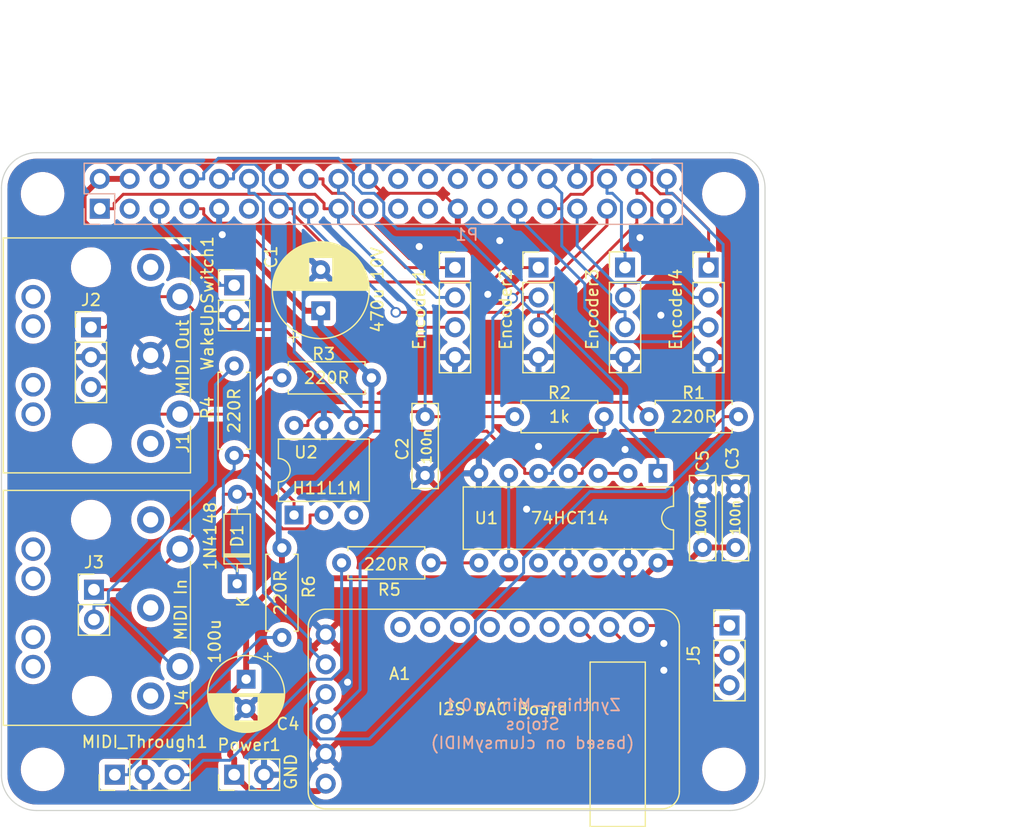
<source format=kicad_pcb>
(kicad_pcb (version 20211014) (generator pcbnew)
  (title_block (date "15 nov 2012"))
  (layers (0 "F.Cu" signal) (31 "B.Cu" signal) (34 "B.Paste" user) (35 "F.Paste" user) (36 "B.SilkS" user "B.Silkscreen") (37 "F.SilkS" user "F.Silkscreen") (38 "B.Mask" user) (39 "F.Mask" user) (44 "Edge.Cuts" user))
  (net 0 "")
  (net 1 "Net-(A1-Pad7)")
  (net 2 "+5V")
  (net 3 "GND")
  (net 4 "Net-(A1-Pad8)")
  (net 5 "Net-(A1-Pad9)")
  (net 12 "+3.3V")
  (net 13 "Encoder_1_Clock")
  (net 14 "Encoder_1_Data")
  (net 15 "Encoder_1_Switch")
  (net 16 "I2S_BCLK")
  (net 17 "I2S_DATA")
  (net 18 "I2S_LRCLK")
  (net 19 "Encoder_2_Clock")
  (net 20 "Encoder_2_Data")
  (net 21 "Encoder_2_Switch")
  (net 22 "Encoder_3_Clock")
  (net 23 "Encoder_3_Data")
  (net 24 "Encoder_3_Switch")
  (net 25 "Encoder_4_Clock")
  (net 26 "Encoder_4_Data")
  (net 27 "Encoder_4_Switch")
  (net 28 "Net-(D1-Pad2)")
  (net 29 "Net-(D1-Pad1)")
  (net 32 "Net-(J1-Pad4)")
  (net 33 "Net-(J1-Pad5)")
  (net 34 "Net-(J3-Pad2)")
  (net 38 "Net-(R5-Pad2)")
  (net 39 "Wake_Up_Pin")
  (net 40 "Net-(R1-Pad2)")
  (net 41 "Net-(U1-Pad6)")
  (net 44 "Net-(U1-Pad2)")
  (net 47 "MIDI_OUT")
  (net 48 "MIDI_IN")
  (net 58 "Net-(MIDI_Through1-Pad1)")
  (net 59 "Net-(MIDI_Through1-Pad3)")
  (footprint "Capacitor_THT:CP_Radial_D8.0mm_P3.50mm" (layer "F.Cu") (at 227.178 107.4567 90)
    (fp_text reference "C1")
    (fp_text value "470u 10V")
  )
  (footprint "Capacitor_THT:C_Rect_L7.0mm_W2.0mm_P5.00mm" (layer "F.Cu") (at 236.068 116.472 -90)
    (fp_text reference "C2")
    (fp_text value "100n")
  )
  (footprint "Capacitor_THT:C_Rect_L7.0mm_W2.0mm_P5.00mm" (layer "F.Cu") (at 262.484 127.608 90)
    (fp_text reference "C3")
    (fp_text value "100n")
  )
  (footprint "Capacitor_THT:CP_Radial_D6.3mm_P2.50mm" (layer "F.Cu") (at 220.828 138.824 -90)
    (fp_text reference "C4")
    (fp_text value "100u")
  )
  (footprint "Capacitor_THT:C_Rect_L7.0mm_W2.0mm_P5.00mm" (layer "F.Cu") (at 259.69 122.608 -90)
    (fp_text reference "C5")
    (fp_text value "100n")
  )
  (footprint "Diode_THT:D_DO-35_SOD27_P7.62mm_Horizontal" (layer "F.Cu") (at 220.066 130.696 90)
    (fp_text reference "D1")
    (fp_text value "1N4148")
  )
  (footprint "footprints:MultiDIN5" (layer "F.Cu") (at 212.7 118.758 90)
    (fp_text reference "J1")
    (fp_text value "MIDI Out Jack")
  )
  (footprint "footprints:MultiDIN5" (layer "F.Cu") (at 212.7 140.25 90)
    (fp_text reference "J4")
    (fp_text value "MIDI In Jack")
  )
  (footprint "Resistor_THT:R_Axial_DIN0207_L6.3mm_D2.5mm_P7.62mm_Horizontal" (layer "F.Cu") (at 255.118 116.472)
    (fp_text reference "R1")
    (fp_text value "220R")
  )
  (footprint "Resistor_THT:R_Axial_DIN0207_L6.3mm_D2.5mm_P7.62mm_Horizontal" (layer "F.Cu") (at 231.496 113.17 180)
    (fp_text reference "R3")
    (fp_text value "220R")
  )
  (footprint "Resistor_THT:R_Axial_DIN0207_L6.3mm_D2.5mm_P7.62mm_Horizontal" (layer "F.Cu") (at 243.688 116.472)
    (fp_text reference "R2")
    (fp_text value "1k")
  )
  (footprint "Resistor_THT:R_Axial_DIN0207_L6.3mm_D2.5mm_P7.62mm_Horizontal" (layer "F.Cu") (at 228.956 128.918)
    (fp_text reference "R5")
    (fp_text value "220R")
  )
  (footprint "Package_DIP:DIP-6_W7.62mm" (layer "F.Cu") (at 224.907 124.844 90)
    (fp_text reference "U2")
    (fp_text value "H11L1M")
  )
  (footprint "Package_DIP:DIP-14_W7.62mm" (layer "F.Cu") (at 255.88 121.298 -90)
    (fp_text reference "U1")
    (fp_text value "74HCT14")
  )
  (footprint "Resistor_THT:R_Axial_DIN0207_L6.3mm_D2.5mm_P7.62mm_Horizontal" (layer "F.Cu") (at 223.876 127.648 -90)
    (fp_text reference "R6")
    (fp_text value "220R")
  )
  (footprint "Resistor_THT:R_Axial_DIN0207_L6.3mm_D2.5mm_P7.62mm_Horizontal" (layer "F.Cu") (at 219.812 112.154 -90)
    (fp_text reference "R4")
    (fp_text value "220R")
  )
  (footprint "footprints:GY-PCM5102" (layer "F.Cu") (at 241.91 141.364)
    (fp_text reference "A1")
    (fp_text value "GY-PCM5102")
  )
  (footprint "MountingHole:MountingHole_2.7mm_M2.5" (layer "F.Cu") (at 203.5 97.5 180)
    (fp_text reference "MK1" hide)
    (fp_text value "M2.5")
  )
  (footprint "Connector_PinHeader_2.54mm:PinHeader_1x03_P2.54mm_Vertical" (layer "F.Cu") (at 207.62 108.867)
    (fp_text reference "J2")
    (fp_text value "MIDI Out connector")
  )
  (footprint "Connector_PinHeader_2.54mm:PinHeader_1x03_P2.54mm_Vertical" (layer "F.Cu") (at 209.652 146.952 90)
    (fp_text reference "MIDI_Through1")
    (fp_text value "MIDI Thru Jack")
  )
  (footprint "Connector_PinHeader_2.54mm:PinHeader_1x04_P2.54mm_Vertical" (layer "F.Cu") (at 253.086 103.772)
    (fp_text reference "Encoder3")
    (fp_text value "Conn_01x04_Male")
  )
  (footprint "Connector_PinHeader_2.54mm:PinHeader_1x04_P2.54mm_Vertical" (layer "F.Cu") (at 245.72 103.782)
    (fp_text reference "Encoder2")
    (fp_text value "Conn_01x04_Male")
  )
  (footprint "MountingHole:MountingHole_2.7mm_M2.5" (layer "F.Cu") (at 261.5 97.5 180)
    (fp_text reference "MK2" hide)
    (fp_text value "M2.5")
  )
  (footprint "MountingHole:MountingHole_2.7mm_M2.5" (layer "F.Cu") (at 203.5 146.5)
    (fp_text reference "MK3" hide)
    (fp_text value "M2.5")
  )
  (footprint "Connector_PinHeader_2.54mm:PinHeader_1x02_P2.54mm_Vertical" (layer "F.Cu") (at 219.812 146.952 90)
    (fp_text reference "Power1")
    (fp_text value "Power connector")
  )
  (footprint "Connector_PinHeader_2.54mm:PinHeader_1x02_P2.54mm_Vertical" (layer "F.Cu") (at 207.874 131.204)
    (fp_text reference "J3")
    (fp_text value "MIDI IN connector")
  )
  (footprint "Connector_PinHeader_2.54mm:PinHeader_1x04_P2.54mm_Vertical" (layer "F.Cu") (at 238.608 103.782)
    (fp_text reference "Encoder1")
    (fp_text value "Conn_01x04_Male")
  )
  (footprint "Connector_PinHeader_2.54mm:PinHeader_1x04_P2.54mm_Vertical" (layer "F.Cu") (at 260.198 103.782)
    (fp_text reference "Encoder4")
    (fp_text value "Conn_01x04_Male")
  )
  (footprint "Connector_PinHeader_2.54mm:PinHeader_1x02_P2.54mm_Vertical" (layer "F.Cu") (at 219.812 105.291)
    (fp_text reference "WakeUpSwitch1")
    (fp_text value "Wake Up Switch")
  )
  (footprint "MountingHole:MountingHole_2.7mm_M2.5" (layer "F.Cu") (at 261.5 146.5)
    (fp_text reference "MK4" hide)
    (fp_text value "M2.5")
  )
  (footprint "Connector_PinHeader_2.54mm:PinHeader_1x03_P2.54mm_Vertical" (layer "F.Cu") (at 261.976 134.252)
    (fp_text reference "J5")
    (fp_text value "AUDIO OUT connector")
  )
  (footprint "Connector_PinSocket_2.54mm:PinSocket_2x20_P2.54mm_Vertical" (layer "B.Cu") (at 208.37 98.77 -90)
    (fp_text reference "P1")
    (fp_text value "Conn_02x20_Odd_Even")
  )
  (gr_line (start 200 113) (end 200 131) (layer "Edge.Cuts") (width 0.1))
  (gr_line (start 265 147) (end 265 97) (layer "Edge.Cuts") (width 0.1))
  (gr_line (start 262 94) (end 203 94) (layer "Edge.Cuts") (width 0.1))
  (gr_line (start 203 150) (end 262 150) (layer "Edge.Cuts") (width 0.1))
  (gr_arc (start 262 94) (mid 264.12132 94.87868) (end 265 97) (layer "Edge.Cuts") (width 0.1))
  (gr_arc (start 265 147) (mid 264.12132 149.12132) (end 262 150) (layer "Edge.Cuts") (width 0.1))
  (gr_arc (start 200 97) (mid 200.87868 94.87868) (end 203 94) (layer "Edge.Cuts") (width 0.1))
  (gr_line (start 200 131) (end 200 147) (layer "Edge.Cuts") (width 0.1))
  (gr_arc (start 203 150) (mid 200.87868 149.12132) (end 200 147) (layer "Edge.Cuts") (width 0.1))
  (gr_line (start 200 97) (end 200 113) (layer "Edge.Cuts") (width 0.1))
  (gr_text "Zynthian-Mini v.0.1\nStojos\n(based on clumsyMIDI)" (at 245.212 142.634) (layer "B.SilkS") (effects (font (size 1 1)) (justify mirror)))
  (gr_text "MIDI Out" (at 215.43 111.42 90) (layer "F.SilkS") (effects (font (size 1 1))))
  (gr_text "1N4148" (at 217.78 126.632 90) (layer "F.SilkS") (effects (font (size 1 1))))
  (gr_text "MIDI In" (at 215.26 132.9 90) (layer "F.SilkS") (effects (font (size 1 1))))
  (gr_text "GND" (at 224.638 146.698 90) (layer "F.SilkS") (effects (font (size 1 1))))
  (gr_text "I2S DAC Board" (at 242.672 141.364) (layer "F.SilkS") (effects (font (size 1 1))))
  (segment (start 254.402 134.252) (end 254.275 134.379) (width 0.25) (layer "F.Cu") (net 1))
  (segment (start 261.976 134.252) (end 254.402 134.252) (width 0.25) (layer "F.Cu") (net 1))
  (segment (start 226.9718 148.3472) (end 221.2072 148.3472) (width 0.5) (layer "F.Cu") (net 2))
  (segment (start 255.88 128.918) (end 258.38 128.918) (width 0.5) (layer "F.Cu") (net 2))
  (segment (start 258.38 128.918) (end 259.69 127.608) (width 0.5) (layer "F.Cu") (net 2))
  (segment (start 210.91 96.23) (end 208.37 96.23) (width 0.5) (layer "F.Cu") (net 2))
  (segment (start 259.69 127.608) (end 262.484 127.608) (width 0.5) (layer "F.Cu") (net 2))
  (segment (start 227.605 147.714) (end 226.9718 148.3472) (width 0.5) (layer "F.Cu") (net 2))
  (segment (start 221.2072 148.3472) (end 219.812 146.952) (width 0.5) (layer "F.Cu") (net 2))
  (segment (start 219.4715 140.1805) (end 220.828 138.824) (width 0.5) (layer "F.Cu") (net 2))
  (segment (start 206.9925 97.6075) (end 206.9925 99.8535) (width 0.5) (layer "F.Cu") (net 2))
  (segment (start 209.187 102.048) (end 220.4674 102.048) (width 0.5) (layer "F.Cu") (net 2))
  (segment (start 219.812 145.6001) (end 219.4715 145.2596) (width 0.5) (layer "F.Cu") (net 2))
  (segment (start 255.88 128.918) (end 254.5684 130.2296) (width 0.5) (layer "F.Cu") (net 2))
  (segment (start 220.4674 102.048) (end 225.8761 107.4567) (width 0.5) (layer "F.Cu") (net 2))
  (segment (start 206.9925 99.8535) (end 209.187 102.048) (width 0.5) (layer "F.Cu") (net 2))
  (segment (start 223.876 130.2296) (end 223.876 127.648) (width 0.5) (layer "F.Cu") (net 2))
  (segment (start 220.828 133.2776) (end 223.876 130.2296) (width 0.5) (layer "F.Cu") (net 2))
  (segment (start 208.37 96.23) (end 206.9925 97.6075) (width 0.5) (layer "F.Cu") (net 2))
  (segment (start 220.828 138.824) (end 220.828 133.2776) (width 0.5) (layer "F.Cu") (net 2))
  (segment (start 227.178 107.4567) (end 225.8761 107.4567) (width 0.5) (layer "F.Cu") (net 2))
  (segment (start 219.4715 145.2596) (end 219.4715 140.1805) (width 0.5) (layer "F.Cu") (net 2))
  (segment (start 219.812 146.952) (end 219.812 145.6001) (width 0.5) (layer "F.Cu") (net 2))
  (segment (start 254.5684 130.2296) (end 223.876 130.2296) (width 0.5) (layer "F.Cu") (net 2))
  (segment (start 226.8818 122.1726) (end 225.2442 122.1726) (width 0.5) (layer "B.Cu") (net 2))
  (segment (start 231.496 113.17) (end 231.496 117.5584) (width 0.5) (layer "B.Cu") (net 2))
  (segment (start 225.2442 122.1726) (end 223.6051 123.8117) (width 0.5) (layer "B.Cu") (net 2))
  (segment (start 223.6051 123.8117) (end 223.6051 127.3771) (width 0.5) (layer "B.Cu") (net 2))
  (segment (start 223.6051 127.3771) (end 223.876 127.648) (width 0.5) (layer "B.Cu") (net 2))
  (segment (start 227.178 108.7586) (end 231.496 113.0766) (width 0.5) (layer "B.Cu") (net 2))
  (segment (start 231.496 113.0766) (end 231.496 113.17) (width 0.5) (layer "B.Cu") (net 2))
  (segment (start 231.496 117.5584) (end 226.8818 122.1726) (width 0.5) (layer "B.Cu") (net 2))
  (segment (start 227.178 107.4567) (end 227.178 108.7586) (width 0.5) (layer "B.Cu") (net 2))
  (segment (start 231.23 96.23) (end 232.455 97.455) (width 0.25) (layer "F.Cu") (net 3))
  (segment (start 237.535 97.455) (end 238.85 98.77) (width 0.25) (layer "F.Cu") (net 3))
  (segment (start 232.455 97.455) (end 237.535 97.455) (width 0.25) (layer "F.Cu") (net 3))
  (via (at 253.086 119.266) (size 0.9) (drill 0.6) (layers "F.Cu" "B.Cu") (net 3))
  (via (at 242.418 101.486) (size 0.9) (drill 0.6) (layers "F.Cu" "B.Cu") (net 3))
  (via (at 244.704 124.346) (size 0.9) (drill 0.6) (layers "F.Cu" "B.Cu") (net 3))
  (via (at 241.402 106.058) (size 0.9) (drill 0.6) (layers "F.Cu" "B.Cu") (net 3))
  (via (at 235.56 101.994) (size 0.9) (drill 0.6) (layers "F.Cu" "B.Cu") (net 3))
  (via (at 245.72 119.012) (size 0.9) (drill 0.6) (layers "F.Cu" "B.Cu") (net 3))
  (via (at 229.464 139.078) (size 0.9) (drill 0.6) (layers "F.Cu" "B.Cu") (net 3))
  (via (at 256.134 107.836) (size 0.9) (drill 0.6) (layers "F.Cu" "B.Cu") (net 3))
  (via (at 254.356 101.232) (size 0.9) (drill 0.6) (layers "F.Cu" "B.Cu") (net 3))
  (via (at 256.388 138.062) (size 0.9) (drill 0.6) (layers "F.Cu" "B.Cu") (net 3))
  (via (at 256.388 135.776) (size 0.9) (drill 0.6) (layers "F.Cu" "B.Cu") (net 3))
  (via (at 218.796 100.978) (size 0.9) (drill 0.6) (layers "F.Cu" "B.Cu") (net 3))
  (segment (start 261.976 136.792) (end 254.148 136.792) (width 0.25) (layer "F.Cu") (net 4))
  (segment (start 254.148 136.792) (end 251.735 134.379) (width 0.25) (layer "F.Cu") (net 4))
  (segment (start 254.148 139.332) (end 249.195 134.379) (width 0.25) (layer "F.Cu") (net 5))
  (segment (start 261.976 139.332) (end 254.148 139.332) (width 0.25) (layer "F.Cu") (net 5))
  (segment (start 227.4631 98.77) (end 227.4631 98.3099) (width 0.25) (layer "F.Cu") (net 12))
  (segment (start 227.4631 98.3099) (end 226.6963 97.5431) (width 0.25) (layer "F.Cu") (net 12))
  (segment (start 228.69 98.77) (end 227.4631 98.77) (width 0.25) (layer "F.Cu") (net 12))
  (segment (start 243.688 116.472) (end 236.068 116.472) (width 0.25) (layer "F.Cu") (net 12))
  (segment (start 236.068 116.472) (end 235.6385 116.0425) (width 0.25) (layer "F.Cu") (net 12))
  (segment (start 226.6963 97.5431) (end 210.3636 97.5431) (width 0.25) (layer "F.Cu") (net 12))
  (segment (start 224.907 117.224) (end 226.0839 117.224) (width 0.25) (layer "F.Cu") (net 12))
  (segment (start 226.8996 116.0425) (end 226.0839 116.8582) (width 0.25) (layer "F.Cu") (net 12))
  (segment (start 210.3636 97.5431) (end 209.5969 98.3098) (width 0.25) (layer "F.Cu") (net 12))
  (segment (start 235.6385 116.0425) (end 226.8996 116.0425) (width 0.25) (layer "F.Cu") (net 12))
  (segment (start 209.5969 98.3098) (end 209.5969 98.77) (width 0.25) (layer "F.Cu") (net 12))
  (segment (start 226.0839 116.8582) (end 226.0839 117.224) (width 0.25) (layer "F.Cu") (net 12))
  (segment (start 208.37 98.77) (end 209.5969 98.77) (width 0.25) (layer "F.Cu") (net 12))
  (segment (start 236.068 116.472) (end 236.068 107.3749) (width 0.25) (layer "B.Cu") (net 12))
  (segment (start 236.068 107.3749) (end 228.69 99.9969) (width 0.25) (layer "B.Cu") (net 12))
  (segment (start 228.69 98.77) (end 228.69 99.9969) (width 0.25) (layer "B.Cu") (net 12))
  (segment (start 228.69 97.4569) (end 229.1502 97.4569) (width 0.25) (layer "B.Cu") (net 13))
  (segment (start 237.0387 106.322) (end 238.608 106.322) (width 0.25) (layer "B.Cu") (net 13))
  (segment (start 229.9169 99.2002) (end 237.0387 106.322) (width 0.25) (layer "B.Cu") (net 13))
  (segment (start 229.9169 98.2236) (end 229.9169 99.2002) (width 0.25) (layer "B.Cu") (net 13))
  (segment (start 228.69 96.23) (end 228.69 97.4569) (width 0.25) (layer "B.Cu") (net 13))
  (segment (start 229.1502 97.4569) (end 229.9169 98.2236) (width 0.25) (layer "B.Cu") (net 13))
  (segment (start 226.15 96.23) (end 227.3769 96.23) (width 0.25) (layer "F.Cu") (net 14))
  (segment (start 228.1436 97.4569) (end 229.1918 97.4569) (width 0.25) (layer "F.Cu") (net 14))
  (segment (start 227.3769 96.6902) (end 228.1436 97.4569) (width 0.25) (layer "F.Cu") (net 14))
  (segment (start 229.96 99.3315) (end 234.4105 103.782) (width 0.25) (layer "F.Cu") (net 14))
  (segment (start 229.96 98.2251) (end 229.96 99.3315) (width 0.25) (layer "F.Cu") (net 14))
  (segment (start 229.1918 97.4569) (end 229.96 98.2251) (width 0.25) (layer "F.Cu") (net 14))
  (segment (start 227.3769 96.23) (end 227.3769 96.6902) (width 0.25) (layer "F.Cu") (net 14))
  (segment (start 234.4105 103.782) (end 238.608 103.782) (width 0.25) (layer "F.Cu") (net 14))
  (segment (start 232.9641 108.862) (end 238.608 108.862) (width 0.25) (layer "F.Cu") (net 15))
  (segment (start 217.2169 99.2302) (end 217.9836 99.9969) (width 0.25) (layer "F.Cu") (net 15))
  (segment (start 230.1153 106.0132) (end 232.9641 108.862) (width 0.25) (layer "F.Cu") (net 15))
  (segment (start 220.1781 99.9969) (end 226.1944 106.0132) (width 0.25) (layer "F.Cu") (net 15))
  (segment (start 226.1944 106.0132) (end 230.1153 106.0132) (width 0.25) (layer "F.Cu") (net 15))
  (segment (start 217.2169 98.77) (end 217.2169 99.2302) (width 0.25) (layer "F.Cu") (net 15))
  (segment (start 215.99 98.77) (end 217.2169 98.77) (width 0.25) (layer "F.Cu") (net 15))
  (segment (start 217.9836 99.9969) (end 220.1781 99.9969) (width 0.25) (layer "F.Cu") (net 15))
  (segment (start 222.2969 98.2236) (end 222.2969 131.4388) (width 0.25) (layer "B.Cu") (net 16))
  (segment (start 221.07 97.4569) (end 221.5302 97.4569) (width 0.25) (layer "B.Cu") (net 16))
  (segment (start 226.2904 136.2394) (end 227.605 137.554) (width 0.25) (layer "B.Cu") (net 16))
  (segment (start 222.2969 131.4388) (end 226.2904 135.4323) (width 0.25) (layer "B.Cu") (net 16))
  (segment (start 226.2904 135.4323) (end 226.2904 136.2394) (width 0.25) (layer "B.Cu") (net 16))
  (segment (start 221.07 96.23) (end 221.07 97.4569) (width 0.25) (layer "B.Cu") (net 16))
  (segment (start 221.5302 97.4569) (end 222.2969 98.2236) (width 0.25) (layer "B.Cu") (net 16))
  (segment (start 250.0992 122.8505) (end 256.4946 122.8505) (width 0.25) (layer "B.Cu") (net 17))
  (segment (start 244.45 128.4997) (end 250.0992 122.8505) (width 0.25) (layer "B.Cu") (net 17))
  (segment (start 256.4946 122.8505) (end 261.4341 117.911) (width 0.25) (layer "B.Cu") (net 17))
  (segment (start 261.4341 101.8009) (end 257.0901 97.4569) (width 0.25) (layer "B.Cu") (net 17))
  (segment (start 227.605 140.094) (end 226.3426 141.3564) (width 0.25) (layer "B.Cu") (net 17))
  (segment (start 257.0901 97.4569) (end 256.63 97.4569) (width 0.25) (layer "B.Cu") (net 17))
  (segment (start 261.4341 117.911) (end 261.4341 101.8009) (width 0.25) (layer "B.Cu") (net 17))
  (segment (start 240.3481 134.856) (end 240.3481 133.8635) (width 0.25) (layer "B.Cu") (net 17))
  (segment (start 226.3426 141.3564) (end 226.3426 143.1241) (width 0.25) (layer "B.Cu") (net 17))
  (segment (start 244.45 129.7616) (end 244.45 128.4997) (width 0.25) (layer "B.Cu") (net 17))
  (segment (start 231.3001 143.904) (end 240.3481 134.856) (width 0.25) (layer "B.Cu") (net 17))
  (segment (start 240.3481 133.8635) (end 244.45 129.7616) (width 0.25) (layer "B.Cu") (net 17))
  (segment (start 227.1225 143.904) (end 231.3001 143.904) (width 0.25) (layer "B.Cu") (net 17))
  (segment (start 256.63 96.23) (end 256.63 97.4569) (width 0.25) (layer "B.Cu") (net 17))
  (segment (start 226.3426 143.1241) (end 227.1225 143.904) (width 0.25) (layer "B.Cu") (net 17))
  (segment (start 246.7261 105.0089) (end 251.55 100.185) (width 0.25) (layer "F.Cu") (net 18))
  (segment (start 244.8906 105.0089) (end 246.7261 105.0089) (width 0.25) (layer "F.Cu") (net 18))
  (segment (start 251.55 100.185) (end 251.55 98.77) (width 0.25) (layer "F.Cu") (net 18))
  (segment (start 243.5172 106.3823) (end 244.8906 105.0089) (width 0.25) (layer "F.Cu") (net 18))
  (via (at 243.5172 106.3823) (size 0.9) (drill 0.6) (layers "F.Cu" "B.Cu") (net 18))
  (segment (start 241.8311 117.7052) (end 241.8311 108.0684) (width 0.25) (layer "B.Cu") (net 18))
  (segment (start 230.5307 129.0056) (end 241.8311 117.7052) (width 0.25) (layer "B.Cu") (net 18))
  (segment (start 230.5307 139.7083) (end 230.5307 129.0056) (width 0.25) (layer "B.Cu") (net 18))
  (segment (start 241.8311 108.0684) (end 243.5172 106.3823) (width 0.25) (layer "B.Cu") (net 18))
  (segment (start 227.605 142.634) (end 230.5307 139.7083) (width 0.25) (layer "B.Cu") (net 18))
  (segment (start 233.5672 107.5919) (end 243.4774 107.5919) (width 0.25) (layer "F.Cu") (net 19))
  (segment (start 243.4774 107.5919) (end 244.4931 106.5762) (width 0.25) (layer "F.Cu") (net 19))
  (segment (start 245.72 106.322) (end 244.4931 106.322) (width 0.25) (layer "F.Cu") (net 19))
  (segment (start 244.4931 106.5762) (end 244.4931 106.322) (width 0.25) (layer "F.Cu") (net 19))
  (via (at 233.5672 107.5919) (size 0.9) (drill 0.6) (layers "F.Cu" "B.Cu") (net 19))
  (segment (start 226.15 99.9969) (end 233.5672 107.4141) (width 0.25) (layer "B.Cu") (net 19))
  (segment (start 226.15 98.77) (end 226.15 99.9969) (width 0.25) (layer "B.Cu") (net 19))
  (segment (start 233.5672 107.4141) (end 233.5672 107.5919) (width 0.25) (layer "B.Cu") (net 19))
  (segment (start 224.8369 98.77) (end 224.8369 99.2302) (width 0.25) (layer "F.Cu") (net 20))
  (segment (start 242.9113 103.782) (end 245.72 103.782) (width 0.25) (layer "F.Cu") (net 20))
  (segment (start 241.6844 105.0089) (end 242.9113 103.782) (width 0.25) (layer "F.Cu") (net 20))
  (segment (start 223.61 98.77) (end 224.8369 98.77) (width 0.25) (layer "F.Cu") (net 20))
  (segment (start 224.8369 99.2302) (end 230.6156 105.0089) (width 0.25) (layer "F.Cu") (net 20))
  (segment (start 230.6156 105.0089) (end 241.6844 105.0089) (width 0.25) (layer "F.Cu") (net 20))
  (segment (start 254.09 99.9969) (end 246.4518 107.6351) (width 0.25) (layer "F.Cu") (net 21))
  (segment (start 254.09 98.77) (end 254.09 99.9969) (width 0.25) (layer "F.Cu") (net 21))
  (segment (start 246.4518 107.6351) (end 245.72 107.6351) (width 0.25) (layer "F.Cu") (net 21))
  (segment (start 245.72 108.862) (end 245.72 107.6351) (width 0.25) (layer "F.Cu") (net 21))
  (segment (start 253.086 106.312) (end 253.086 105.0851) (width 0.25) (layer "F.Cu") (net 22))
  (segment (start 254.09 96.23) (end 254.09 97.4569) (width 0.25) (layer "F.Cu") (net 22))
  (segment (start 255.36 103.7686) (end 254.0435 105.0851) (width 0.25) (layer "F.Cu") (net 22))
  (segment (start 255.36 98.2668) (end 255.36 103.7686) (width 0.25) (layer "F.Cu") (net 22))
  (segment (start 254.09 97.4569) (end 254.5501 97.4569) (width 0.25) (layer "F.Cu") (net 22))
  (segment (start 254.0435 105.0851) (end 253.086 105.0851) (width 0.25) (layer "F.Cu") (net 22))
  (segment (start 254.5501 97.4569) (end 255.36 98.2668) (width 0.25) (layer "F.Cu") (net 22))
  (segment (start 252.7769 102.236) (end 253.086 102.5451) (width 0.25) (layer "B.Cu") (net 23))
  (segment (start 251.55 97.4569) (end 252.0102 97.4569) (width 0.25) (layer "B.Cu") (net 23))
  (segment (start 252.0102 97.4569) (end 252.7769 98.2236) (width 0.25) (layer "B.Cu") (net 23))
  (segment (start 252.7769 98.2236) (end 252.7769 102.236) (width 0.25) (layer "B.Cu") (net 23))
  (segment (start 251.55 96.23) (end 251.55 97.4569) (width 0.25) (layer "B.Cu") (net 23))
  (segment (start 253.086 103.772) (end 253.086 102.5451) (width 0.25) (layer "B.Cu") (net 23))
  (segment (start 247.6969 97.4569) (end 246.47 96.23) (width 0.25) (layer "B.Cu") (net 24))
  (segment (start 253.086 108.852) (end 253.086 107.537) (width 0.25) (layer "B.Cu") (net 24))
  (segment (start 251.861 106.103) (end 247.6969 101.9389) (width 0.25) (layer "B.Cu") (net 24))
  (segment (start 252.578588 107.537) (end 251.861 106.819412) (width 0.25) (layer "B.Cu") (net 24))
  (segment (start 253.086 107.537) (end 252.578588 107.537) (width 0.25) (layer "B.Cu") (net 24))
  (segment (start 247.6969 101.9389) (end 247.6969 97.4569) (width 0.25) (layer "B.Cu") (net 24))
  (segment (start 251.861 106.819412) (end 251.861 106.103) (width 0.25) (layer "B.Cu") (net 24))
  (segment (start 257.6911 105.042) (end 258.9711 106.322) (width 0.25) (layer "B.Cu") (net 25))
  (segment (start 260.198 106.322) (end 258.9711 106.322) (width 0.25) (layer "B.Cu") (net 25))
  (segment (start 249.01 98.77) (end 249.01 101.9471) (width 0.25) (layer "B.Cu") (net 25))
  (segment (start 252.1049 105.042) (end 257.6911 105.042) (width 0.25) (layer "B.Cu") (net 25))
  (segment (start 249.01 101.9471) (end 252.1049 105.042) (width 0.25) (layer "B.Cu") (net 25))
  (segment (start 250.28 96.7749) (end 250.28 95.6685) (width 0.25) (layer "F.Cu") (net 26))
  (segment (start 255.3598 96.7837) (end 256.0761 97.5) (width 0.25) (layer "F.Cu") (net 26))
  (segment (start 257.1637 97.5) (end 260.198 100.5343) (width 0.25) (layer "F.Cu") (net 26))
  (segment (start 250.9851 94.9634) (end 254.6229 94.9634) (width 0.25) (layer "F.Cu") (net 26))
  (segment (start 255.3598 95.7003) (end 255.3598 96.7837) (width 0.25) (layer "F.Cu") (net 26))
  (segment (start 248.4636 97.5431) (end 249.5118 97.5431) (width 0.25) (layer "F.Cu") (net 26))
  (segment (start 254.6229 94.9634) (end 255.3598 95.7003) (width 0.25) (layer "F.Cu") (net 26))
  (segment (start 256.0761 97.5) (end 257.1637 97.5) (width 0.25) (layer "F.Cu") (net 26))
  (segment (start 260.198 100.5343) (end 260.198 103.782) (width 0.25) (layer "F.Cu") (net 26))
  (segment (start 246.47 98.77) (end 247.6969 98.77) (width 0.25) (layer "F.Cu") (net 26))
  (segment (start 250.28 95.6685) (end 250.9851 94.9634) (width 0.25) (layer "F.Cu") (net 26))
  (segment (start 247.6969 98.3098) (end 248.4636 97.5431) (width 0.25) (layer "F.Cu") (net 26))
  (segment (start 247.6969 98.77) (end 247.6969 98.3098) (width 0.25) (layer "F.Cu") (net 26))
  (segment (start 249.5118 97.5431) (end 250.28 96.7749) (width 0.25) (layer "F.Cu") (net 26))
  (segment (start 252.5597 110.0888) (end 257.7443 110.0888) (width 0.25) (layer "B.Cu") (net 27))
  (segment (start 243.93 99.9969) (end 244.4849 99.9969) (width 0.25) (layer "B.Cu") (net 27))
  (segment (start 249.6573 107.1864) (end 252.5597 110.0888) (width 0.25) (layer "B.Cu") (net 27))
  (segment (start 258.9711 108.862) (end 260.198 108.862) (width 0.25) (layer "B.Cu") (net 27))
  (segment (start 243.93 98.77) (end 243.93 99.9969) (width 0.25) (layer "B.Cu") (net 27))
  (segment (start 257.7443 110.0888) (end 258.9711 108.862) (width 0.25) (layer "B.Cu") (net 27))
  (segment (start 249.6573 105.1693) (end 249.6573 107.1864) (width 0.25) (layer "B.Cu") (net 27))
  (segment (start 244.4849 99.9969) (end 249.6573 105.1693) (width 0.25) (layer "B.Cu") (net 27))
  (segment (start 227.447 124.844) (end 226.2701 124.844) (width 0.25) (layer "F.Cu") (net 28))
  (segment (start 220.066 123.076) (end 218.8891 123.076) (width 0.25) (layer "F.Cu") (net 28))
  (segment (start 225.9024 126.0209) (end 223.9439 126.0209) (width 0.25) (layer "F.Cu") (net 28))
  (segment (start 207.874 131.204) (end 211.746 131.204) (width 0.25) (layer "F.Cu") (net 28))
  (segment (start 218.8891 124.0609) (end 218.8891 123.076) (width 0.25) (layer "F.Cu") (net 28))
  (segment (start 215.2 127.75) (end 218.8891 124.0609) (width 0.25) (layer "F.Cu") (net 28))
  (segment (start 223.9439 126.0209) (end 221.2429 123.3199) (width 0.25) (layer "F.Cu") (net 28))
  (segment (start 226.2701 124.844) (end 226.2701 125.6532) (width 0.25) (layer "F.Cu") (net 28))
  (segment (start 226.2701 125.6532) (end 225.9024 126.0209) (width 0.25) (layer "F.Cu") (net 28))
  (segment (start 221.2429 123.3199) (end 221.2429 123.076) (width 0.25) (layer "F.Cu") (net 28))
  (segment (start 211.746 131.204) (end 215.2 127.75) (width 0.25) (layer "F.Cu") (net 28))
  (segment (start 220.066 123.076) (end 221.2429 123.076) (width 0.25) (layer "F.Cu") (net 28))
  (segment (start 224.882 123.6671) (end 224.907 123.6671) (width 0.25) (layer "F.Cu") (net 29))
  (segment (start 220.9889 119.774) (end 224.882 123.6671) (width 0.25) (layer "F.Cu") (net 29))
  (segment (start 219.812 119.774) (end 220.9889 119.774) (width 0.25) (layer "F.Cu") (net 29))
  (segment (start 224.907 124.844) (end 224.907 123.6671) (width 0.25) (layer "F.Cu") (net 29))
  (segment (start 218.8891 121.8738) (end 218.8891 128.3422) (width 0.25) (layer "B.Cu") (net 29))
  (segment (start 219.812 119.774) (end 219.812 120.9509) (width 0.25) (layer "B.Cu") (net 29))
  (segment (start 219.812 120.9509) (end 218.8891 121.8738) (width 0.25) (layer "B.Cu") (net 29))
  (segment (start 218.8891 128.3422) (end 220.066 129.5191) (width 0.25) (layer "B.Cu") (net 29))
  (segment (start 220.066 130.696) (end 220.066 129.5191) (width 0.25) (layer "B.Cu") (net 29))
  (segment (start 223.876 113.17) (end 222.6991 113.17) (width 0.25) (layer "F.Cu") (net 32))
  (segment (start 222.6991 113.17) (end 219.6111 116.258) (width 0.25) (layer "F.Cu") (net 32))
  (segment (start 207.62 113.947) (end 208.8469 113.947) (width 0.25) (layer "F.Cu") (net 32))
  (segment (start 208.8469 113.947) (end 211.1579 116.258) (width 0.25) (layer "F.Cu") (net 32))
  (segment (start 219.6111 116.258) (end 215.2 116.258) (width 0.25) (layer "F.Cu") (net 32))
  (segment (start 211.1579 116.258) (end 215.2 116.258) (width 0.25) (layer "F.Cu") (net 32))
  (segment (start 208.8469 108.867) (end 211.4559 106.258) (width 0.25) (layer "F.Cu") (net 33))
  (segment (start 230.3272 115.2502) (end 253.8962 115.2502) (width 0.25) (layer "F.Cu") (net 33))
  (segment (start 217.9999 109.0579) (end 224.1349 109.0579) (width 0.25) (layer "F.Cu") (net 33))
  (segment (start 224.1349 109.0579) (end 230.3272 115.2502) (width 0.25) (layer "F.Cu") (net 33))
  (segment (start 211.4559 106.258) (end 215.2 106.258) (width 0.25) (layer "F.Cu") (net 33))
  (segment (start 207.62 108.867) (end 208.8469 108.867) (width 0.25) (layer "F.Cu") (net 33))
  (segment (start 253.8962 115.2502) (end 255.118 116.472) (width 0.25) (layer "F.Cu") (net 33))
  (segment (start 215.2 106.258) (end 217.9999 109.0579) (width 0.25) (layer "F.Cu") (net 33))
  (segment (start 208.809 132.5171) (end 209.1009 132.2252) (width 0.25) (layer "B.Cu") (net 34))
  (segment (start 218.2117 113.7543) (end 219.812 112.154) (width 0.25) (layer "B.Cu") (net 34))
  (segment (start 209.1009 132.2252) (end 209.1009 131.3492) (width 0.25) (layer "B.Cu") (net 34))
  (segment (start 209.1009 131.3492) (end 218.2117 122.2384) (width 0.25) (layer "B.Cu") (net 34))
  (segment (start 207.874 132.5171) (end 208.809 132.5171) (width 0.25) (layer "B.Cu") (net 34))
  (segment (start 218.2117 122.2384) (end 218.2117 113.7543) (width 0.25) (layer "B.Cu") (net 34))
  (segment (start 207.874 133.744) (end 207.874 132.5171) (width 0.25) (layer "B.Cu") (net 34))
  (segment (start 214.6257 137.75) (end 215.2 137.75) (width 0.25) (layer "B.Cu") (net 34))
  (segment (start 209.1009 132.2252) (end 214.6257 137.75) (width 0.25) (layer "B.Cu") (net 34))
  (segment (start 240.64 128.918) (end 236.576 128.918) (width 0.25) (layer "F.Cu") (net 38))
  (segment (start 213.45 99.9969) (end 218.5851 105.132) (width 0.25) (layer "B.Cu") (net 39))
  (segment (start 219.812 105.291) (end 218.5851 105.291) (width 0.25) (layer "B.Cu") (net 39))
  (segment (start 218.5851 105.132) (end 218.5851 105.291) (width 0.25) (layer "B.Cu") (net 39))
  (segment (start 213.45 98.77) (end 213.45 99.9969) (width 0.25) (layer "B.Cu") (net 39))
  (segment (start 249.4369 120.9322) (end 249.4369 121.298) (width 0.25) (layer "F.Cu") (net 40))
  (segment (start 248.26 121.298) (end 249.4369 121.298) (width 0.25) (layer "F.Cu") (net 40))
  (segment (start 252.7202 117.6489) (end 249.4369 120.9322) (width 0.25) (layer "F.Cu") (net 40))
  (segment (start 262.738 116.472) (end 261.5611 116.472) (width 0.25) (layer "F.Cu") (net 40))
  (segment (start 261.5611 116.472) (end 260.3842 117.6489) (width 0.25) (layer "F.Cu") (net 40))
  (segment (start 260.3842 117.6489) (end 252.7202 117.6489) (width 0.25) (layer "F.Cu") (net 40))
  (segment (start 243.18 128.918) (end 243.18 121.298) (width 0.25) (layer "B.Cu") (net 41))
  (segment (start 250.8 121.298) (end 253.34 121.298) (width 0.25) (layer "F.Cu") (net 44))
  (segment (start 246.1824 107.5708) (end 245.229 107.5708) (width 0.25) (layer "B.Cu") (net 47))
  (segment (start 229.96 95.7596) (end 228.6776 94.4772) (width 0.25) (layer "B.Cu") (net 47))
  (segment (start 255.88 120.1211) (end 252.7275 116.9686) (width 0.25) (layer "B.Cu") (net 47))
  (segment (start 255.88 121.298) (end 255.88 120.1211) (width 0.25) (layer "B.Cu") (net 47))
  (segment (start 228.6776 94.4772) (end 218.4613 94.4772) (width 0.25) (layer "B.Cu") (net 47))
  (segment (start 217.2169 95.7216) (end 217.2169 96.23) (width 0.25) (layer "B.Cu") (net 47))
  (segment (start 230.6865 97.4569) (end 229.96 96.7304) (width 0.25) (layer "B.Cu") (net 47))
  (segment (start 229.96 96.7304) (end 229.96 95.7596) (width 0.25) (layer "B.Cu") (net 47))
  (segment (start 252.7275 114.1159) (end 246.1824 107.5708) (width 0.25) (layer "B.Cu") (net 47))
  (segment (start 245.229 107.5708) (end 244.3496 106.6914) (width 0.25) (layer "B.Cu") (net 47))
  (segment (start 244.3496 106.6914) (end 244.3496 105.9911) (width 0.25) (layer "B.Cu") (net 47))
  (segment (start 252.7275 116.9686) (end 252.7275 114.1159) (width 0.25) (layer "B.Cu") (net 47))
  (segment (start 233.6803 100.4831) (end 232.5431 99.3459) (width 0.25) (layer "B.Cu") (net 47))
  (segment (start 244.3496 105.9911) (end 238.8416 100.4831) (width 0.25) (layer "B.Cu") (net 47))
  (segment (start 215.99 96.23) (end 217.2169 96.23) (width 0.25) (layer "B.Cu") (net 47))
  (segment (start 232.5431 98.2592) (end 231.7408 97.4569) (width 0.25) (layer "B.Cu") (net 47))
  (segment (start 232.5431 99.3459) (end 232.5431 98.2592) (width 0.25) (layer "B.Cu") (net 47))
  (segment (start 218.4613 94.4772) (end 217.2169 95.7216) (width 0.25) (layer "B.Cu") (net 47))
  (segment (start 238.8416 100.4831) (end 233.6803 100.4831) (width 0.25) (layer "B.Cu") (net 47))
  (segment (start 231.7408 97.4569) (end 230.6865 97.4569) (width 0.25) (layer "B.Cu") (net 47))
  (segment (start 244.5431 120.9322) (end 244.5431 121.298) (width 0.25) (layer "F.Cu") (net 48))
  (segment (start 229.987 117.224) (end 231.1639 117.224) (width 0.25) (layer "F.Cu") (net 48))
  (segment (start 241.3227 117.7118) (end 244.5431 120.9322) (width 0.25) (layer "F.Cu") (net 48))
  (segment (start 245.72 121.298) (end 244.5431 121.298) (width 0.25) (layer "F.Cu") (net 48))
  (segment (start 231.6517 117.7118) (end 241.3227 117.7118) (width 0.25) (layer "F.Cu") (net 48))
  (segment (start 231.1639 117.224) (end 231.6517 117.7118) (width 0.25) (layer "F.Cu") (net 48))
  (segment (start 250.2348 117.6489) (end 251.308 117.6489) (width 0.25) (layer "B.Cu") (net 48))
  (segment (start 222.2969 96.7408) (end 223.0561 97.5) (width 0.25) (layer "B.Cu") (net 48))
  (segment (start 224.9231 98.2682) (end 224.9231 110.9832) (width 0.25) (layer "B.Cu") (net 48))
  (segment (start 223.0561 97.5) (end 224.1549 97.5) (width 0.25) (layer "B.Cu") (net 48))
  (segment (start 224.1549 97.5) (end 224.9231 98.2682) (width 0.25) (layer "B.Cu") (net 48))
  (segment (start 224.9231 110.9832) (end 229.987 116.0471) (width 0.25) (layer "B.Cu") (net 48))
  (segment (start 220.5462 94.9806) (end 221.5795 94.9806) (width 0.25) (layer "B.Cu") (net 48))
  (segment (start 245.72 121.298) (end 246.8969 121.298) (width 0.25) (layer "B.Cu") (net 48))
  (segment (start 221.5795 94.9806) (end 222.2969 95.698) (width 0.25) (layer "B.Cu") (net 48))
  (segment (start 246.8969 121.298) (end 246.8969 120.9868) (width 0.25) (layer "B.Cu") (net 48))
  (segment (start 251.308 116.472) (end 251.308 117.6489) (width 0.25) (layer "B.Cu") (net 48))
  (segment (start 218.53 96.23) (end 219.7569 96.23) (width 0.25) (layer "B.Cu") (net 48))
  (segment (start 219.7569 96.23) (end 219.7569 95.7699) (width 0.25) (layer "B.Cu") (net 48))
  (segment (start 219.7569 95.7699) (end 220.5462 94.9806) (width 0.25) (layer "B.Cu") (net 48))
  (segment (start 246.8969 120.9868) (end 250.2348 117.6489) (width 0.25) (layer "B.Cu") (net 48))
  (segment (start 222.2969 95.698) (end 222.2969 96.7408) (width 0.25) (layer "B.Cu") (net 48))
  (segment (start 229.987 117.224) (end 229.987 116.0471) (width 0.25) (layer "B.Cu") (net 48))
  (segment (start 210.8789 146.952) (end 210.8789 146.4919) (width 0.25) (layer "B.Cu") (net 58))
  (segment (start 222.1028 135.268) (end 223.876 135.268) (width 0.25) (layer "B.Cu") (net 58))
  (segment (start 210.8789 146.4919) (end 222.1028 135.268) (width 0.25) (layer "B.Cu") (net 58))
  (segment (start 209.652 146.952) (end 210.8789 146.952) (width 0.25) (layer "B.Cu") (net 58))
  (segment (start 217.1858 145.7251) (end 215.9589 146.952) (width 0.25) (layer "B.Cu") (net 59))
  (segment (start 226.3352 138.824) (end 219.4341 145.7251) (width 0.25) (layer "B.Cu") (net 59))
  (segment (start 214.732 146.952) (end 215.9589 146.952) (width 0.25) (layer "B.Cu") (net 59))
  (segment (start 228.956 128.918) (end 228.956 137.9563) (width 0.25) (layer "B.Cu") (net 59))
  (segment (start 228.956 137.9563) (end 228.0883 138.824) (width 0.25) (layer "B.Cu") (net 59))
  (segment (start 219.4341 145.7251) (end 217.1858 145.7251) (width 0.25) (layer "B.Cu") (net 59))
  (segment (start 228.0883 138.824) (end 226.3352 138.824) (width 0.25) (layer "B.Cu") (net 59))
  (zone (net 3) (net_name "GND") (layers F&B.Cu) (connect_pads (clearance 0.508)) (min_thickness 0.254) (fill yes (thermal_gap 0.508) (thermal_bridge_width 0.508))
    (polygon (pts (xy 264.9 149.85) (xy 200.05 149.6) (xy 200.05 94.1) (xy 264.95 93.95)))
  )
)
</source>
